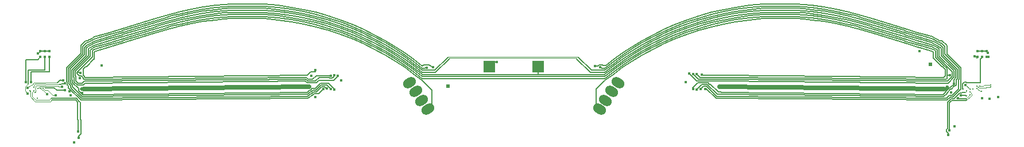
<source format=gbl>
G04*
G04 #@! TF.GenerationSoftware,Altium Limited,Altium Designer,19.1.5 (86)*
G04*
G04 Layer_Physical_Order=4*
G04 Layer_Color=3326705*
%FSLAX25Y25*%
%MOIN*%
G70*
G01*
G75*
%ADD12C,0.00600*%
%ADD14C,0.00800*%
%ADD38C,0.00400*%
G04:AMPARAMS|DCode=39|XSize=55.12mil|YSize=78.74mil|CornerRadius=0mil|HoleSize=0mil|Usage=FLASHONLY|Rotation=235.000|XOffset=0mil|YOffset=0mil|HoleType=Round|Shape=Round|*
%AMOVALD39*
21,1,0.02362,0.05512,0.00000,0.00000,325.0*
1,1,0.05512,-0.00968,0.00677*
1,1,0.05512,0.00968,-0.00677*
%
%ADD39OVALD39*%

G04:AMPARAMS|DCode=40|XSize=55.12mil|YSize=78.74mil|CornerRadius=0mil|HoleSize=0mil|Usage=FLASHONLY|Rotation=125.000|XOffset=0mil|YOffset=0mil|HoleType=Round|Shape=Round|*
%AMOVALD40*
21,1,0.02362,0.05512,0.00000,0.00000,215.0*
1,1,0.05512,0.00968,0.00677*
1,1,0.05512,-0.00968,-0.00677*
%
%ADD40OVALD40*%

%ADD41C,0.01600*%
%ADD42C,0.00800*%
%ADD43C,0.02400*%
%ADD44C,0.01200*%
%ADD45C,0.02000*%
%ADD48C,0.02500*%
%ADD49C,0.01500*%
%ADD52R,0.06890X0.07087*%
%ADD53R,0.01772X0.01772*%
%ADD54R,0.01575X0.01772*%
D12*
X-258584Y35757D02*
X-251298Y28472D01*
X-262501Y37909D02*
X-261291D01*
X-262710Y37700D02*
X-262501Y37909D01*
X-263921Y37700D02*
X-262710D01*
X-260761Y38010D02*
X-260570Y38202D01*
X-259070Y37398D02*
Y38823D01*
X-259380Y39133D02*
X-259070Y38823D01*
X-259380Y39133D02*
Y47349D01*
X-258380Y39547D02*
Y46935D01*
Y39547D02*
X-258070Y39237D01*
Y37812D02*
Y39237D01*
Y37812D02*
X-257264Y37006D01*
X-257070Y38226D02*
X-256264Y37421D01*
X-257070Y38226D02*
Y39651D01*
X-257380Y39961D02*
X-257070Y39651D01*
X-257380Y39961D02*
Y46520D01*
X-256380Y40375D02*
Y45955D01*
Y40375D02*
X-256070Y40066D01*
Y38640D02*
Y40066D01*
Y38640D02*
X-252550Y35120D01*
X-255070Y39055D02*
X-253315Y37300D01*
X-255070Y39055D02*
Y41729D01*
X-254070Y39469D02*
X-252901Y38300D01*
X-254070Y39469D02*
Y42143D01*
X-262806Y40100D02*
X-261500D01*
X-265303Y34362D02*
X-260392D01*
X-257264Y35853D02*
Y37006D01*
X-256264Y36267D02*
X-250630Y30632D01*
X-256264Y36267D02*
Y37421D01*
X-253315Y37300D02*
X-249935D01*
X-255380Y42039D02*
X-255070Y41729D01*
X-255380Y42039D02*
Y45541D01*
X-252901Y38300D02*
X-250499D01*
X-254380Y42453D02*
X-254070Y42143D01*
X-254380Y42453D02*
Y45127D01*
X-250200Y41457D02*
X-249328Y40585D01*
X-250200Y41457D02*
Y41821D01*
X-251079Y42700D02*
X-250200Y41821D01*
X-252221Y42700D02*
X-251079D01*
X-253380Y43858D02*
X-252221Y42700D01*
X-261190Y38010D02*
X-260761D01*
X-261291Y37909D02*
X-261190Y38010D01*
X-253380Y43858D02*
Y44713D01*
X-58020Y44943D02*
X-53000Y41000D01*
X-63181Y48647D02*
X-58020Y44943D01*
X-53000Y41000D02*
X52885D01*
X262937Y38620D02*
X270685D01*
X262754Y38802D02*
X262937Y38620D01*
X261512Y38802D02*
X262754D01*
X260633Y37924D02*
X261512Y38802D01*
X260633Y35067D02*
Y37924D01*
X-243418Y52367D02*
Y56554D01*
X-248578Y48100D02*
X-247978D01*
X-243711Y52367D02*
X-243418D01*
X-247978Y48100D02*
X-243711Y52367D01*
X-117687Y45100D02*
X-115200D01*
X-253380Y44713D02*
X-244610Y53482D01*
X-245700Y53807D02*
Y57582D01*
X-254380Y45127D02*
X-245700Y53807D01*
X-246800Y54121D02*
Y58229D01*
X-255380Y45541D02*
X-246800Y54121D01*
X-248000Y54335D02*
Y58595D01*
X-256380Y45955D02*
X-248000Y54335D01*
X-249100Y54800D02*
Y59000D01*
X-257380Y46520D02*
X-249100Y54800D01*
X-250100Y55214D02*
Y59649D01*
X-258380Y46935D02*
X-250100Y55214D01*
X-251200Y55528D02*
Y60300D01*
X-259380Y47349D02*
X-251200Y55528D01*
X-244533Y53482D02*
Y57257D01*
X-244610Y53482D02*
X-244533D01*
X-104248Y42700D02*
X-104100D01*
X-252550Y33966D02*
X-250311Y31727D01*
X-47549Y26464D02*
Y34387D01*
X-49714Y24299D02*
X-47549Y26464D01*
X-49714Y23260D02*
Y24299D01*
X-53002Y39840D02*
X-47549Y34387D01*
X47929Y34768D02*
X53002Y39840D01*
X47929Y25046D02*
Y34768D01*
Y25046D02*
X49715Y23261D01*
X53002Y39840D02*
X58020Y43743D01*
X257543Y29400D02*
X262375D01*
X262575Y29600D01*
X257334Y29609D02*
X257543Y29400D01*
X262654Y30817D02*
X262708D01*
X262310Y31161D02*
X262654Y30817D01*
X260633Y35067D02*
X260800Y34900D01*
X257383Y28103D02*
X262579D01*
X257187Y28300D02*
X257383Y28103D01*
X254191Y28300D02*
X257187D01*
X259525Y34993D02*
Y40178D01*
X258509Y33977D02*
X259525Y34993D01*
X258158Y35080D02*
Y40225D01*
X254378Y31300D02*
X258158Y35080D01*
X260162Y32985D02*
X261488D01*
X259838Y32661D02*
X260162Y32985D01*
X258835Y32661D02*
X259838D01*
X258509Y33805D02*
Y33977D01*
X255004Y30300D02*
X258509Y33805D01*
X261647Y32826D02*
X262125D01*
X261488Y32985D02*
X261647Y32826D01*
X255474Y29300D02*
X258835Y32661D01*
X253653Y35985D02*
X255374Y37706D01*
X253226Y35985D02*
X253653D01*
X250350Y33109D02*
X253226Y35985D01*
X254067Y34985D02*
X255627Y36545D01*
X253640Y34985D02*
X254067D01*
X251350Y32695D02*
X253640Y34985D01*
X252949Y31300D02*
X254378D01*
X251350Y32375D02*
Y32695D01*
X249672Y30697D02*
X251350Y32375D01*
X250350Y32789D02*
Y33109D01*
X249258Y31697D02*
X250350Y32789D01*
X253363Y30300D02*
X255004D01*
X251700Y12021D02*
Y27223D01*
X251141Y29492D02*
X252949Y31300D01*
X251502Y28439D02*
X253363Y30300D01*
X253777Y29300D02*
X255474D01*
X252700Y26809D02*
X254191Y28300D01*
X262579Y28103D02*
X263325Y28850D01*
X252700Y10900D02*
Y26809D01*
X251700Y27223D02*
X253777Y29300D01*
X259617Y31161D02*
X262310D01*
X259525Y40178D02*
X259575Y40228D01*
X249547Y28439D02*
X251502D01*
X108500Y34800D02*
X110300Y36600D01*
X256873Y37424D02*
Y40355D01*
X255995Y36545D02*
X256873Y37424D01*
X255627Y36545D02*
X255995D01*
X255374Y38045D02*
Y40269D01*
Y37706D02*
Y38045D01*
X256873Y40355D02*
X257575Y41057D01*
X249586Y29492D02*
X251141D01*
X252963Y43033D02*
X253075Y42921D01*
X254575Y42300D02*
Y45031D01*
X255575Y41885D02*
Y45445D01*
X256575Y41471D02*
Y45860D01*
X257575Y41057D02*
Y46425D01*
X258575Y40643D02*
Y46839D01*
X259575Y40228D02*
Y47253D01*
X252084Y38394D02*
X255575Y41885D01*
X251830Y39554D02*
X254575Y42300D01*
X249574Y30697D02*
X249672D01*
X249574Y30599D02*
Y30697D01*
X258158Y40225D02*
X258575Y40643D01*
X255374Y40269D02*
X256575Y41471D01*
X271497Y52942D02*
X271513D01*
X272000Y53429D01*
X270928Y52373D02*
X271497Y52942D01*
X270685Y38620D02*
Y52108D01*
X272000Y53429D02*
Y53528D01*
X270928Y52352D02*
Y52373D01*
X270685Y52108D02*
X270928Y52352D01*
X251400Y55428D02*
X259575Y47253D01*
X249643Y39554D02*
X251830D01*
X248200Y54235D02*
X256575Y45860D01*
X248200Y54235D02*
Y58495D01*
X249300Y54700D02*
X257575Y46425D01*
X251400Y43033D02*
Y46792D01*
Y41023D02*
Y43033D01*
X252963D01*
X250300Y55114D02*
X258575Y46839D01*
X249497Y38394D02*
X252084D01*
X250932Y40554D02*
X251400Y41023D01*
X49593Y48968D02*
X51554D01*
X48995Y48370D02*
X49593Y48968D01*
X47289Y48370D02*
X48995D01*
X249536Y39447D02*
X249643Y39554D01*
X249523Y40554D02*
X250932D01*
X251200Y11521D02*
X251700Y12021D01*
X251200Y10279D02*
Y11521D01*
Y10279D02*
X252153Y9326D01*
X51554Y48968D02*
X51821Y48700D01*
X50214Y47468D02*
X50732D01*
X51100Y47100D01*
X51821Y48700D02*
X52418D01*
X52538Y48579D01*
X-268500Y29600D02*
X-253840D01*
X-252000Y27760D01*
X-266691Y35750D02*
X-265303Y34362D01*
X-258584Y35757D02*
Y36911D01*
X-259070Y37398D02*
X-258584Y36911D01*
X-268100Y28500D02*
X-254155D01*
X-253000Y27345D01*
X-249328Y40585D02*
X-249158D01*
X-249200Y42015D02*
X-248867Y41683D01*
X-249200Y42015D02*
Y42235D01*
X-249950Y42985D02*
X-249200Y42235D01*
X-249950Y42985D02*
Y46729D01*
X-256340Y34928D02*
Y34928D01*
X-257264Y35853D02*
X-256340Y34928D01*
X-250630Y30632D02*
X-248885D01*
X-252550Y33966D02*
Y35120D01*
X-250984Y29572D02*
X-248897D01*
X-256340Y34928D02*
X-250984Y29572D01*
X-251298Y28472D02*
X-248858D01*
X-250311Y31727D02*
X-248565D01*
X-249935Y37300D02*
X-248807Y38428D01*
X-250499Y38300D02*
X-249318Y39481D01*
X-248846D01*
X-249950Y46729D02*
X-248578Y48100D01*
X-248569Y31730D02*
Y31730D01*
Y31730D02*
X-248565Y31727D01*
X-253380Y44713D02*
X-252383D01*
X-263006Y40300D02*
X-262806Y40100D01*
X-252383Y44713D02*
X-251871Y44200D01*
X-264706Y38600D02*
X-263006Y40300D01*
X-249158Y40585D02*
X-248834Y40588D01*
X-253000Y17300D02*
Y27345D01*
Y17300D02*
X-252700Y17000D01*
X-251500Y17400D02*
Y27266D01*
X-251527D02*
X-251500D01*
X-252000Y27738D02*
Y27760D01*
Y27738D02*
X-251527Y27266D01*
X-271813Y35750D02*
X-266691D01*
X-53000Y45800D02*
X-45900D01*
X-53000Y44600D02*
X-45400D01*
X-53000Y43400D02*
X14200D01*
X-53000Y42200D02*
X52885D01*
X-52789Y46900D02*
X-51700D01*
X-52242Y49000D02*
X-49000D01*
X-53002Y48240D02*
X-52242Y49000D01*
X-248400Y63100D02*
X-247095D01*
X-247195Y61800D02*
X-247091Y61904D01*
X-247949Y61800D02*
X-247195D01*
X-249100Y59000D02*
X-247396Y60704D01*
X-247091D01*
X-248000Y58595D02*
X-247091Y59504D01*
X-115200Y45100D02*
Y46000D01*
X-119873Y42866D02*
X-118800Y43938D01*
X-112803Y41700D02*
X-107221D01*
X-118800Y43938D02*
Y43987D01*
X-114632Y42700D02*
X-106100D01*
X-118800Y43987D02*
X-117687Y45100D01*
X-116824Y40508D02*
X-114632Y42700D01*
X-119107Y40508D02*
X-116824D01*
X-119665Y41066D02*
X-119107Y40508D01*
X-119665Y41066D02*
Y41071D01*
X-120251Y41656D02*
X-119665Y41071D01*
X-121079Y41656D02*
X-120251D01*
X-121660Y41651D02*
X-121079Y41656D01*
X-121660Y41651D02*
X-121660D01*
X-121762Y41753D02*
X-121660Y41651D01*
X-120688Y40652D02*
X-120665D01*
X-105479Y41200D02*
X-104600Y42079D01*
X-106721Y41200D02*
X-105479D01*
X-107221Y41700D02*
X-106721Y41200D01*
X-58020Y52143D02*
X-53002Y48240D01*
Y47040D02*
X-52929D01*
X-58020Y50943D02*
X-53002Y47040D01*
X-102100Y42600D02*
X-102000Y42700D01*
X-102100Y42300D02*
Y42600D01*
X-104100Y42700D02*
Y42800D01*
X-104600Y42349D02*
X-104248Y42700D01*
X-104600Y42079D02*
Y42349D01*
X-247095Y63100D02*
X-247091Y63104D01*
X-246800Y58229D02*
X-246344Y58685D01*
X-245700Y57582D02*
X-245227Y58055D01*
X-244533Y57257D02*
X-243418Y57903D01*
X-235664Y59008D02*
X-227238Y61545D01*
X-208772Y67160D02*
X-206451Y67847D01*
X-196969Y70576D02*
X-194489Y71210D01*
X-80765Y58006D02*
X-74550Y54611D01*
X-63181Y47447D02*
X-58020Y43743D01*
X-136919Y75090D02*
X-128985Y74002D01*
X-121903Y72686D01*
X-107187Y68867D02*
X-99577Y66293D01*
X-74550Y54611D02*
X-68486Y50951D01*
X-164296Y75808D02*
X-158122Y75803D01*
X-151511Y75794D01*
X-99577Y66293D02*
X-93297Y63843D01*
X-206451Y67847D02*
X-204183Y68519D01*
X-187280Y72828D02*
X-180009Y74126D01*
X-172738Y75094D01*
X-227240Y61692D02*
X-208772Y67160D01*
X-201914Y69191D02*
X-199439Y69905D01*
X-196969Y70576D01*
X-114900Y71054D02*
X-107187Y68867D01*
X-235693Y58999D02*
X-235664Y59008D01*
X-227240Y61692D02*
X-227238Y61545D01*
X-168522Y75506D02*
X-164296Y75808D01*
X-144899Y75781D02*
X-136919Y75090D01*
X-87121Y61130D02*
X-80765Y58006D01*
X-194489Y71210D02*
X-187280Y72828D01*
X-121903Y72686D02*
X-114900Y71054D01*
X-93297Y63843D02*
X-87121Y61130D01*
X-243418Y56703D02*
X-235693Y58999D01*
X-204183Y68519D02*
X-201914Y69191D01*
X-172738Y75094D02*
X-168522Y75506D01*
X-151511Y75794D02*
X-144899Y75781D01*
X-68486Y50951D02*
X-63181Y47447D01*
X-235664Y60208D02*
X-227238Y62745D01*
X-196969Y71776D02*
X-194489Y72410D01*
X-151511Y76994D02*
X-144899Y76981D01*
X-208772Y68360D02*
X-206451Y69047D01*
X-121903Y73886D02*
X-114900Y72254D01*
X-87121Y62330D02*
X-80765Y59206D01*
X-68486Y52151D02*
X-63181Y48647D01*
X-227240Y62892D02*
X-227238Y62745D01*
X-194489Y72410D02*
X-187280Y74028D01*
X-172738Y76294D02*
X-168522Y76706D01*
X-144899Y76981D02*
X-136919Y76290D01*
X-93297Y65043D02*
X-87121Y62330D01*
X-235693Y60199D02*
X-235664Y60208D01*
X-227240Y62892D02*
X-208772Y68360D01*
X-201914Y70391D02*
X-199439Y71105D01*
X-168522Y76706D02*
X-164296Y77008D01*
X-114900Y72254D02*
X-107187Y70067D01*
X-206451Y69047D02*
X-204183Y69719D01*
X-199439Y71105D02*
X-196969Y71776D01*
X-187280Y74028D02*
X-180009Y75326D01*
X-158122Y77003D02*
X-151511Y76994D01*
X-243418Y57903D02*
X-235693Y60199D01*
X-180009Y75326D02*
X-172738Y76294D01*
X-164296Y77008D02*
X-158122Y77003D01*
X-128985Y75202D02*
X-121903Y73886D01*
X-107187Y70067D02*
X-99577Y67493D01*
X-93297Y65043D01*
X-74550Y55811D02*
X-68486Y52151D01*
X-204183Y69719D02*
X-201914Y70391D01*
X-136919Y76290D02*
X-128985Y75202D01*
X-80765Y59206D02*
X-74550Y55811D01*
X-227240Y64092D02*
X-208772Y69560D01*
X-201914Y71591D02*
X-199439Y72305D01*
X-194489Y73610D02*
X-187280Y75228D01*
X-121903Y75086D02*
X-114900Y73454D01*
X-93297Y66243D02*
X-87121Y63530D01*
X-235693Y61399D02*
X-235664Y61408D01*
X-206451Y70247D02*
X-204183Y70919D01*
X-199439Y72305D02*
X-196969Y72976D01*
X-168522Y77906D02*
X-164296Y78208D01*
X-158122Y78203D02*
X-151511Y78194D01*
X-164296Y78208D02*
X-158122Y78203D01*
X-114900Y73454D02*
X-107187Y71267D01*
X-63181Y49847D02*
X-58020Y46143D01*
X-245227Y58055D02*
X-243418Y59103D01*
X-187280Y75228D02*
X-180009Y76526D01*
X-172738Y77494D01*
X-74550Y57011D02*
X-68486Y53351D01*
X-204183Y70919D02*
X-201914Y71591D01*
X-128985Y76402D02*
X-121903Y75086D01*
X-99577Y68693D02*
X-93297Y66243D01*
X-80765Y60406D02*
X-74550Y57011D01*
X-196969Y72976D02*
X-194489Y73610D01*
X-151511Y78194D02*
X-144899Y78181D01*
X-136919Y77490D02*
X-128985Y76402D01*
X-107187Y71267D02*
X-99577Y68693D01*
X-235664Y61408D02*
X-227238Y63945D01*
X-208772Y69560D02*
X-206451Y70247D01*
X-87121Y63530D02*
X-80765Y60406D01*
X-68486Y53351D02*
X-63181Y49847D01*
X-58020Y46143D02*
X-53002Y42240D01*
X-243418Y59103D02*
X-235693Y61399D01*
X-227240Y64092D02*
X-227238Y63945D01*
X-172738Y77494D02*
X-168522Y77906D01*
X-144899Y78181D02*
X-136919Y77490D01*
X-245227Y59255D02*
X-243418Y60303D01*
X-204183Y72119D02*
X-201914Y72791D01*
X-187280Y76428D02*
X-180009Y77726D01*
X-172738Y78694D01*
X-80765Y61606D02*
X-74550Y58211D01*
X-151511Y79394D02*
X-144899Y79381D01*
X-128985Y77602D02*
X-121903Y76286D01*
X-99577Y69893D02*
X-93297Y67443D01*
X-196969Y74176D02*
X-194489Y74810D01*
X-136919Y78690D02*
X-128985Y77602D01*
X-107187Y72467D02*
X-99577Y69893D01*
X-87121Y64730D02*
X-80765Y61606D01*
X-68486Y54551D02*
X-63181Y51047D01*
X-235664Y62608D02*
X-227238Y65145D01*
X-227240Y65292D02*
X-227238Y65145D01*
X-208772Y70760D02*
X-206451Y71447D01*
X-144899Y79381D02*
X-136919Y78690D01*
X-58020Y47343D02*
X-53002Y43440D01*
X-243418Y60303D02*
X-235693Y62599D01*
X-227240Y65292D02*
X-208772Y70760D01*
X-201914Y72791D02*
X-199439Y73505D01*
X-172738Y78694D02*
X-168522Y79106D01*
X-206451Y71447D02*
X-204183Y72119D01*
X-199439Y73505D02*
X-196969Y74176D01*
X-194489Y74810D02*
X-187280Y76428D01*
X-158122Y79403D02*
X-151511Y79394D01*
X-121903Y76286D02*
X-114900Y74654D01*
X-93297Y67443D02*
X-87121Y64730D01*
X-246344Y58685D02*
X-245227Y59255D01*
X-235693Y62599D02*
X-235664Y62608D01*
X-168522Y79106D02*
X-164296Y79408D01*
X-158122Y79403D01*
X-63181Y51047D02*
X-58020Y47343D01*
X-114900Y74654D02*
X-107187Y72467D01*
X-74550Y58211D02*
X-68486Y54551D01*
X-235664Y67408D02*
X-227238Y69945D01*
X-208772Y75560D02*
X-206451Y76247D01*
X-87121Y69530D02*
X-80765Y66406D01*
X-68486Y59351D02*
X-63181Y55847D01*
X-196969Y78976D02*
X-194489Y79610D01*
X-151511Y84194D02*
X-144899Y84181D01*
X-136919Y83490D02*
X-128985Y82402D01*
X-107187Y77267D02*
X-99577Y74693D01*
X-204183Y76919D02*
X-201914Y77591D01*
X-128985Y82402D02*
X-121903Y81086D01*
X-99577Y74693D02*
X-93297Y72243D01*
X-80765Y66406D02*
X-74550Y63011D01*
X-245227Y64055D02*
X-243418Y65103D01*
X-187280Y81228D02*
X-180009Y82526D01*
X-172738Y83494D01*
X-74550Y63011D02*
X-68486Y59351D01*
X-247091Y63104D02*
X-245227Y64055D01*
X-164296Y84208D02*
X-158122Y84203D01*
X-114900Y79454D02*
X-107187Y77267D01*
X-63181Y55847D02*
X-58020Y52143D01*
X-235693Y67399D02*
X-235664Y67408D01*
X-206451Y76247D02*
X-204183Y76919D01*
X-199439Y78305D02*
X-196969Y78976D01*
X-168522Y83906D02*
X-164296Y84208D01*
X-158122Y84203D02*
X-151511Y84194D01*
X-227240Y70092D02*
X-208772Y75560D01*
X-201914Y77591D02*
X-199439Y78305D01*
X-194489Y79610D02*
X-187280Y81228D01*
X-121903Y81086D02*
X-114900Y79454D01*
X-93297Y72243D02*
X-87121Y69530D01*
X-243418Y65103D02*
X-235693Y67399D01*
X-227240Y70092D02*
X-227238Y69945D01*
X-172738Y83494D02*
X-168522Y83906D01*
X-144899Y84181D02*
X-136919Y83490D01*
X-206451Y75047D02*
X-204183Y75719D01*
X-187280Y80028D02*
X-180009Y81326D01*
X-158122Y83003D02*
X-151511Y82994D01*
X-63181Y54647D02*
X-58020Y50943D01*
X-247091Y61904D02*
X-245227Y62855D01*
X-235693Y66199D02*
X-235664Y66208D01*
X-227240Y68892D02*
X-208772Y74360D01*
X-199439Y77105D02*
X-196969Y77776D01*
X-114900Y78254D02*
X-107187Y76067D01*
X-227240Y68892D02*
X-227238Y68745D01*
X-201914Y76391D02*
X-199439Y77105D01*
X-194489Y78410D02*
X-187280Y80028D01*
X-168522Y82706D02*
X-164296Y83008D01*
X-144899Y82981D02*
X-136919Y82290D01*
X-172738Y82294D02*
X-168522Y82706D01*
X-121903Y79886D02*
X-114900Y78254D01*
X-93297Y71043D02*
X-87121Y68330D01*
X-80765Y65206D01*
X-68486Y58151D02*
X-63181Y54647D01*
X-243418Y63903D02*
X-235693Y66199D01*
X-208772Y74360D02*
X-206451Y75047D01*
X-151511Y82994D02*
X-144899Y82981D01*
X-235664Y66208D02*
X-227238Y68745D01*
X-204183Y75719D02*
X-201914Y76391D01*
X-196969Y77776D02*
X-194489Y78410D01*
X-80765Y65206D02*
X-74550Y61811D01*
X-136919Y82290D02*
X-128985Y81202D01*
X-107187Y76067D02*
X-99577Y73493D01*
X-93297Y71043D01*
X-74550Y61811D02*
X-68486Y58151D01*
X-245227Y62855D02*
X-243418Y63903D01*
X-180009Y81326D02*
X-172738Y82294D01*
X-164296Y83008D02*
X-158122Y83003D01*
X-128985Y81202D02*
X-121903Y79886D01*
X-243418Y62703D02*
X-235693Y64999D01*
X-208772Y73160D02*
X-206451Y73847D01*
X-151511Y81794D02*
X-144899Y81781D01*
X-58020Y49743D02*
X-53002Y45840D01*
X-235664Y65008D02*
X-227238Y67545D01*
X-204183Y74519D02*
X-201914Y75191D01*
X-196969Y76576D02*
X-194489Y77210D01*
X-80765Y64006D02*
X-74550Y60611D01*
X-136919Y81090D02*
X-128985Y80002D01*
X-107187Y74867D02*
X-99577Y72293D01*
X-93297Y69843D01*
X-74550Y60611D02*
X-68486Y56951D01*
X-245227Y61655D02*
X-243418Y62703D01*
X-180009Y80126D02*
X-172738Y81094D01*
X-164296Y81808D02*
X-158122Y81803D01*
X-128985Y80002D02*
X-121903Y78686D01*
X-247091Y60704D02*
X-245227Y61655D01*
X-206451Y73847D02*
X-204183Y74519D01*
X-187280Y78828D02*
X-180009Y80126D01*
X-158122Y81803D02*
X-151511Y81794D01*
X-63181Y53447D02*
X-58020Y49743D01*
X-235693Y64999D02*
X-235664Y65008D01*
X-227240Y67692D02*
X-208772Y73160D01*
X-199439Y75905D02*
X-196969Y76576D01*
X-168522Y81506D02*
X-164296Y81808D01*
X-114900Y77054D02*
X-107187Y74867D01*
X-227240Y67692D02*
X-227238Y67545D01*
X-201914Y75191D02*
X-199439Y75905D01*
X-194489Y77210D02*
X-187280Y78828D01*
X-172738Y81094D02*
X-168522Y81506D01*
X-144899Y81781D02*
X-136919Y81090D01*
X-93297Y69843D02*
X-87121Y67130D01*
X-121903Y78686D02*
X-114900Y77054D01*
X-87121Y67130D02*
X-80765Y64006D01*
X-68486Y56951D02*
X-63181Y53447D01*
X-227240Y66492D02*
X-227238Y66345D01*
X-201914Y73991D02*
X-199439Y74705D01*
X-194489Y76010D02*
X-187280Y77628D01*
X-168522Y80306D02*
X-164296Y80608D01*
X-144899Y80581D02*
X-136919Y79890D01*
X-247091Y59504D02*
X-245227Y60455D01*
X-235693Y63799D02*
X-235664Y63808D01*
X-227240Y66492D02*
X-208772Y71960D01*
X-199439Y74705D02*
X-196969Y75376D01*
X-114900Y75854D02*
X-107187Y73667D01*
X-206451Y72647D02*
X-204183Y73319D01*
X-187280Y77628D02*
X-180009Y78926D01*
X-158122Y80603D02*
X-151511Y80594D01*
X-63181Y52247D02*
X-58020Y48543D01*
X-245227Y60455D02*
X-243418Y61503D01*
X-180009Y78926D02*
X-172738Y79894D01*
X-164296Y80608D02*
X-158122Y80603D01*
X-128985Y78802D02*
X-121903Y77486D01*
X-136919Y79890D02*
X-128985Y78802D01*
X-107187Y73667D02*
X-99577Y71093D01*
X-93297Y68643D01*
X-74550Y59411D02*
X-68486Y55751D01*
X-235664Y63808D02*
X-227238Y66345D01*
X-204183Y73319D02*
X-201914Y73991D01*
X-196969Y75376D02*
X-194489Y76010D01*
X-80765Y62806D02*
X-74550Y59411D01*
X-243418Y61503D02*
X-235693Y63799D01*
X-208772Y71960D02*
X-206451Y72647D01*
X-151511Y80594D02*
X-144899Y80581D01*
X-58020Y48543D02*
X-53002Y44640D01*
X-172738Y79894D02*
X-168522Y80306D01*
X-121903Y77486D02*
X-114900Y75854D01*
X-93297Y68643D02*
X-87121Y65930D01*
X-80765Y62806D01*
X-68486Y55751D02*
X-63181Y52247D01*
X-119062Y29815D02*
X-118969Y29907D01*
X-113105Y32294D02*
X-110600Y34800D01*
X-115770Y32294D02*
X-113105D01*
X-116726Y31339D02*
X-115770Y32294D01*
X-114413Y33294D02*
X-111408Y36300D01*
X-116184Y33294D02*
X-114413D01*
X-117140Y32339D02*
X-116184Y33294D01*
X-114827Y34295D02*
X-111822Y37300D01*
X-116598Y34295D02*
X-114827D01*
X-117554Y33339D02*
X-116598Y34295D01*
X-115242Y35294D02*
X-112236Y38300D01*
X-117012Y35294D02*
X-115242D01*
X-117968Y34339D02*
X-117012Y35294D01*
X-119381Y29812D02*
X-119062Y29815D01*
X-119488Y29705D02*
X-119381Y29812D01*
X-118969Y29907D02*
X-118681Y29910D01*
X-117257Y31334D02*
X-116726Y31339D01*
X-118681Y29910D02*
X-117257Y31334D01*
X-119813Y29705D02*
X-119488D01*
X-119863Y29655D02*
X-119813Y29705D01*
X-119795Y30812D02*
X-119476Y30815D01*
X-119902Y30705D02*
X-119795Y30812D01*
X-119384Y30907D02*
X-119095Y30910D01*
X-119476Y30815D02*
X-119384Y30907D01*
X-117671Y32334D02*
X-117140Y32339D01*
X-119095Y30910D02*
X-117671Y32334D01*
X-118085Y33334D02*
X-117554Y33339D01*
X-119509Y31910D02*
X-118085Y33334D01*
X-119798Y31907D02*
X-119509Y31910D01*
X-119890Y31815D02*
X-119798Y31907D01*
X-118500Y34334D02*
X-117968Y34339D01*
X-119923Y32910D02*
X-118500Y34334D01*
X-119935Y38508D02*
X-114581D01*
X-119521Y39508D02*
X-114995D01*
X-112803Y41700D01*
X-114581Y38508D02*
X-113182Y39907D01*
X-104493D01*
X-248834Y40588D02*
X-121762Y41753D01*
X-248846Y39481D02*
X-120665Y40656D01*
X-120665Y40652D02*
X-119521Y39508D01*
X-121027Y39600D02*
X-119935Y38508D01*
X-248807Y38428D02*
X-121027Y39600D01*
X117479Y29622D02*
X120553D01*
X112001Y35100D02*
X117479Y29622D01*
X111200Y35100D02*
X112001D01*
X113157Y39600D02*
X113180Y39577D01*
X120502D01*
X113472Y40700D02*
X113541Y40630D01*
X120541D01*
X108300Y41700D02*
X112674D01*
X112711Y41737D01*
X120529D01*
X117840Y30675D02*
X120592D01*
X118147Y31782D02*
X120580D01*
X120367Y33123D02*
X120613Y32877D01*
X118890Y33123D02*
X120367D01*
X114313Y37700D02*
X118890Y33123D01*
X113643Y37700D02*
X114313D01*
X114200Y42800D02*
X114232Y42832D01*
X120562D01*
X120553Y29622D02*
X249547Y28439D01*
X120580Y31782D02*
X249574Y30599D01*
X120562Y42832D02*
X249557Y41649D01*
X120529Y41737D02*
X249523Y40554D01*
X120502Y39577D02*
X249497Y38394D01*
X120541Y40630D02*
X249536Y39447D01*
X120592Y30675D02*
X249586Y29492D01*
X120613Y32877D02*
X249258Y31697D01*
X-248569Y31730D02*
X-119923Y32910D01*
X-108704Y35200D02*
X-108500D01*
X-248897Y29525D02*
X-119902Y30708D01*
X-248867Y41683D02*
X-119873Y42866D01*
X-248885Y30632D02*
X-119890Y31815D01*
X-248858Y28472D02*
X-119863Y29655D01*
X-104493Y39907D02*
X-102100Y42300D01*
X248778Y48000D02*
X250378Y46400D01*
Y42578D02*
Y46400D01*
X249500Y41700D02*
X250378Y42578D01*
X249192Y49000D02*
X251400Y46792D01*
X267600Y53851D02*
X267762Y53689D01*
X269181D01*
X269342Y53528D01*
X268791Y52976D02*
X269342Y53528D01*
X-280822Y33950D02*
X-280600Y33728D01*
X-280300Y38917D02*
X-280200Y38817D01*
X-281700Y38179D02*
Y46100D01*
X-281800Y38079D02*
X-281700Y38179D01*
X-281800Y37921D02*
Y38079D01*
X-283200Y38800D02*
Y52100D01*
X-280300Y38917D02*
Y45100D01*
X-269342D01*
Y53527D01*
X-272200Y46100D02*
Y53327D01*
X-281700Y46100D02*
X-272200D01*
X-276084Y52100D02*
X-274658Y53527D01*
X-283200Y52100D02*
X-276084D01*
X-49000Y49000D02*
X-48300Y48300D01*
X45100Y45800D02*
X52885D01*
X-112236Y38300D02*
X-107379D01*
X-111822Y37300D02*
X-108479D01*
X-111408Y36300D02*
X-109804D01*
X-108479Y37300D02*
X-106200Y35021D01*
X-107379Y38300D02*
X-104700Y35621D01*
X-109804Y36300D02*
X-108704Y35200D01*
X-53002Y26102D02*
X-53000Y26100D01*
X-48300Y48300D02*
X-46801Y47500D01*
X52538Y48579D02*
X53438D01*
X51100Y47100D02*
X53002Y47040D01*
X-51700Y46900D02*
X-51440Y47160D01*
X-50540D01*
X-45900Y45800D02*
X-38300Y53400D01*
X-45400Y44600D02*
X-37600Y52400D01*
X252153Y8280D02*
Y9326D01*
Y8280D02*
X252232Y8201D01*
X-251500Y17400D02*
X-251100Y17000D01*
Y9100D02*
Y17000D01*
X-252498Y7702D02*
X-251100Y9100D01*
X-252498Y6754D02*
Y7702D01*
X-252626Y6626D02*
X-252498Y6754D01*
X-252700Y10300D02*
Y17000D01*
X-272200Y53327D02*
X-272000Y53527D01*
X14200Y43400D02*
X52885D01*
X14050Y43550D02*
X14200Y43400D01*
X14050Y43550D02*
Y47900D01*
X106300Y43700D02*
X108300Y41700D01*
X104200Y43679D02*
X107179Y40700D01*
X109300Y43200D02*
X109700Y42800D01*
X109200Y43200D02*
X109300D01*
X107179Y40700D02*
X113472D01*
X106100Y39600D02*
X113157D01*
X106900Y38600D02*
X112743D01*
X109100Y37600D02*
X112329D01*
X106200Y34700D02*
X109100Y37600D01*
X111915Y36600D02*
X117840Y30675D01*
X110300Y36600D02*
X111915D01*
X112329Y37600D02*
X118147Y31782D01*
X112743Y38600D02*
X113643Y37700D01*
X104000Y35700D02*
X106900Y38600D01*
X109700Y42800D02*
X114200D01*
X101900Y43800D02*
X106100Y39600D01*
X110800Y34700D02*
X111200Y35100D01*
X104200Y43679D02*
Y43700D01*
X104000Y35000D02*
Y35700D01*
Y35000D02*
X104100Y34900D01*
X251400Y55428D02*
Y60200D01*
X248600Y63000D02*
X251400Y60200D01*
X247295Y63000D02*
X248600D01*
X247291Y63004D02*
X247295Y63000D01*
X249300Y54700D02*
Y58900D01*
X247000Y54021D02*
Y58129D01*
Y54021D02*
X255575Y45445D01*
X245900Y53707D02*
Y57482D01*
Y53707D02*
X254575Y45031D01*
X249166Y49000D02*
X249192D01*
X244733Y53433D02*
X249166Y49000D01*
X244733Y53433D02*
Y57157D01*
X248630Y48000D02*
X248778D01*
X243618Y53012D02*
X248630Y48000D01*
X243618Y53012D02*
Y56454D01*
X250300Y55114D02*
Y59548D01*
X248148Y61700D02*
X250300Y59548D01*
X247395Y61700D02*
X248148D01*
X247291Y61804D02*
X247395Y61700D01*
X247596Y60604D02*
X249300Y58900D01*
X247291Y60604D02*
X247596D01*
X247291Y59404D02*
X248200Y58495D01*
X246544Y58585D02*
X247000Y58129D01*
X245427Y57955D02*
X245900Y57482D01*
X243618Y57803D02*
X244733Y57157D01*
X243618Y59003D02*
X245427Y57955D01*
X243618Y60203D02*
X245427Y59155D01*
X246544Y58585D01*
X243618Y65003D02*
X245427Y63955D01*
X247291Y63004D01*
X245427Y62755D02*
X247291Y61804D01*
X243618Y63803D02*
X245427Y62755D01*
X243618Y62603D02*
X245427Y61555D01*
X247291Y60604D01*
X245427Y60355D02*
X247291Y59404D01*
X243618Y61403D02*
X245427Y60355D01*
X-106200Y35000D02*
Y35021D01*
X-104700Y35471D02*
Y35621D01*
Y35471D02*
X-104200Y34971D01*
Y34700D02*
Y34971D01*
X-251200Y60300D02*
X-248400Y63100D01*
X-250100Y59649D02*
X-247949Y61800D01*
X36600Y52400D02*
X44400Y44600D01*
X128985Y74002D02*
X136919Y75090D01*
X121903Y72686D02*
X128985Y74002D01*
X93297Y63843D02*
X99577Y66293D01*
X68486Y50951D02*
X74550Y54611D01*
X194489Y71210D02*
X196969Y70576D01*
X99577Y66293D02*
X107187Y68867D01*
X74550Y54611D02*
X80765Y58006D01*
X58020Y43743D02*
X63181Y47447D01*
X235693Y58999D02*
X243418Y56703D01*
X227238Y61545D02*
X235664Y59008D01*
X206451Y67847D02*
X208772Y67160D01*
X201914Y69191D02*
X204183Y68519D01*
X144899Y75781D02*
X151511Y75794D01*
X63181Y47447D02*
X68486Y50951D01*
X187280Y72828D02*
X194489Y71210D01*
X168522Y75506D02*
X172738Y75094D01*
X114900Y71054D02*
X121903Y72686D01*
X235664Y59008D02*
X235693Y58999D01*
X227238Y61545D02*
X227240Y61692D01*
X136919Y75090D02*
X144899Y75781D01*
X87121Y61130D02*
X93297Y63843D01*
X80765Y58006D02*
X87121Y61130D01*
X208772Y67160D02*
X227240Y61692D01*
X199439Y69905D02*
X201914Y69191D01*
X196969Y70576D02*
X199439Y69905D01*
X164296Y75808D02*
X168522Y75506D01*
X107187Y68867D02*
X114900Y71054D01*
X204183Y68519D02*
X206451Y67847D01*
X180009Y74126D02*
X187280Y72828D01*
X172738Y75094D02*
X180009Y74126D01*
X-58020Y43743D02*
X-53002Y39840D01*
X158122Y75803D02*
X164296Y75808D01*
X151511Y75794D02*
X158122Y75803D01*
X235693Y60199D02*
X243418Y57903D01*
X196969Y71776D02*
X199439Y71105D01*
X180009Y75326D02*
X187280Y74028D01*
X151511Y76994D02*
X158122Y77003D01*
X58020Y44943D02*
X63181Y48647D01*
X208772Y68360D02*
X227240Y62892D01*
X204183Y69719D02*
X206451Y69047D01*
X199439Y71105D02*
X201914Y70391D01*
X107187Y70067D02*
X114900Y72254D01*
X235664Y60208D02*
X235693Y60199D01*
X227238Y62745D02*
X227240Y62892D01*
X187280Y74028D02*
X194489Y72410D01*
X164296Y77008D02*
X168522Y76706D01*
X136919Y76290D02*
X144899Y76981D01*
X114900Y72254D02*
X121903Y73886D01*
X87121Y62330D02*
X93297Y65043D01*
X80765Y59206D02*
X87121Y62330D01*
X63181Y48647D02*
X68486Y52151D01*
X206451Y69047D02*
X208772Y68360D01*
X168522Y76706D02*
X172738Y76294D01*
X144899Y76981D02*
X151511Y76994D01*
X53002Y41040D02*
X58020Y44943D01*
X227238Y62745D02*
X235664Y60208D01*
X201914Y70391D02*
X204183Y69719D01*
X194489Y72410D02*
X196969Y71776D01*
X128985Y75202D02*
X136919Y76290D01*
X121903Y73886D02*
X128985Y75202D01*
X99577Y67493D02*
X107187Y70067D01*
X74550Y55811D02*
X80765Y59206D01*
X68486Y52151D02*
X74550Y55811D01*
X172738Y76294D02*
X180009Y75326D01*
X158122Y77003D02*
X164296Y77008D01*
X93297Y65043D02*
X99577Y67493D01*
X208772Y69560D02*
X227240Y64092D01*
X206451Y70247D02*
X208772Y69560D01*
X199439Y72305D02*
X201914Y71591D01*
X168522Y77906D02*
X172738Y77494D01*
X136919Y77490D02*
X144899Y78181D01*
X114900Y73454D02*
X121903Y75086D01*
X235693Y61399D02*
X243418Y59103D01*
X227238Y63945D02*
X235664Y61408D01*
X227238Y63945D02*
X227240Y64092D01*
X80765Y60406D02*
X87121Y63530D01*
X194489Y73610D02*
X196969Y72976D01*
X99577Y68693D02*
X107187Y71267D01*
X63181Y49847D02*
X68486Y53351D01*
X53002Y42240D02*
X58020Y46143D01*
X201914Y71591D02*
X204183Y70919D01*
X172738Y77494D02*
X180009Y76526D01*
X144899Y78181D02*
X151511Y78194D01*
X128985Y76402D02*
X136919Y77490D01*
X93297Y66243D02*
X99577Y68693D01*
X180009Y76526D02*
X187280Y75228D01*
X121903Y75086D02*
X128985Y76402D01*
X74550Y57011D02*
X80765Y60406D01*
X107187Y71267D02*
X114900Y73454D01*
X68486Y53351D02*
X74550Y57011D01*
X235664Y61408D02*
X235693Y61399D01*
X187280Y75228D02*
X194489Y73610D01*
X164296Y78208D02*
X168522Y77906D01*
X158122Y78203D02*
X164296Y78208D01*
X151511Y78194D02*
X158122Y78203D01*
X58020Y46143D02*
X63181Y49847D01*
X204183Y70919D02*
X206451Y70247D01*
X196969Y72976D02*
X199439Y72305D01*
X87121Y63530D02*
X93297Y66243D01*
X172738Y78694D02*
X180009Y77726D01*
X121903Y76286D02*
X128985Y77602D01*
X93297Y67443D02*
X99577Y69893D01*
X74550Y58211D02*
X80765Y61606D01*
X180009Y77726D02*
X187280Y76428D01*
X68486Y54551D02*
X74550Y58211D01*
X158122Y79403D02*
X164296Y79408D01*
X151511Y79394D02*
X158122Y79403D01*
X107187Y72467D02*
X114900Y74654D01*
X58020Y47343D02*
X63181Y51047D01*
X235664Y62608D02*
X235693Y62599D01*
X204183Y72119D02*
X206451Y71447D01*
X196969Y74176D02*
X199439Y73505D01*
X187280Y76428D02*
X194489Y74810D01*
X164296Y79408D02*
X168522Y79106D01*
X208772Y70760D02*
X227240Y65292D01*
X199439Y73505D02*
X201914Y72791D01*
X136919Y78690D02*
X144899Y79381D01*
X114900Y74654D02*
X121903Y76286D01*
X87121Y64730D02*
X93297Y67443D01*
X235693Y62599D02*
X243418Y60303D01*
X227238Y65145D02*
X227240Y65292D01*
X206451Y71447D02*
X208772Y70760D01*
X168522Y79106D02*
X172738Y78694D01*
X80765Y61606D02*
X87121Y64730D01*
X227238Y65145D02*
X235664Y62608D01*
X194489Y74810D02*
X196969Y74176D01*
X63181Y51047D02*
X68486Y54551D01*
X53002Y43440D02*
X58020Y47343D01*
X201914Y72791D02*
X204183Y72119D01*
X144899Y79381D02*
X151511Y79394D01*
X128985Y77602D02*
X136919Y78690D01*
X99577Y69893D02*
X107187Y72467D01*
Y77267D02*
X114900Y79454D01*
X68486Y59351D02*
X74550Y63011D01*
X180009Y82526D02*
X187280Y81228D01*
X121903Y81086D02*
X128985Y82402D01*
X74550Y63011D02*
X80765Y66406D01*
X201914Y77591D02*
X204183Y76919D01*
X172738Y83494D02*
X180009Y82526D01*
X144899Y84181D02*
X151511Y84194D01*
X128985Y82402D02*
X136919Y83490D01*
X93297Y72243D02*
X99577Y74693D01*
X194489Y79610D02*
X196969Y78976D01*
X99577Y74693D02*
X107187Y77267D01*
X63181Y55847D02*
X68486Y59351D01*
X53438Y48579D02*
X58020Y52143D01*
X235693Y67399D02*
X243418Y65103D01*
X227238Y69945D02*
X235664Y67408D01*
X227238Y69945D02*
X227240Y70092D01*
X80765Y66406D02*
X87121Y69530D01*
X208772Y75560D02*
X227240Y70092D01*
X206451Y76247D02*
X208772Y75560D01*
X199439Y78305D02*
X201914Y77591D01*
X168522Y83906D02*
X172738Y83494D01*
X136919Y83490D02*
X144899Y84181D01*
X114900Y79454D02*
X121903Y81086D01*
X235664Y67408D02*
X235693Y67399D01*
X204183Y76919D02*
X206451Y76247D01*
X196969Y78976D02*
X199439Y78305D01*
X187280Y81228D02*
X194489Y79610D01*
X87121Y69530D02*
X93297Y72243D01*
X164296Y84208D02*
X168522Y83906D01*
X158122Y84203D02*
X164296Y84208D01*
X151511Y84194D02*
X158122Y84203D01*
X58020Y52143D02*
X63181Y55847D01*
X227238Y68745D02*
X227240Y68892D01*
X187280Y80028D02*
X194489Y78410D01*
X164296Y83008D02*
X168522Y82706D01*
X136919Y82290D02*
X144899Y82981D01*
X87121Y68330D02*
X93297Y71043D01*
X80765Y65206D02*
X87121Y68330D01*
X235664Y66208D02*
X235693Y66199D01*
X208772Y74360D02*
X227240Y68892D01*
X199439Y77105D02*
X201914Y76391D01*
X196969Y77776D02*
X199439Y77105D01*
X204183Y75719D02*
X206451Y75047D01*
X180009Y81326D02*
X187280Y80028D01*
X107187Y76067D02*
X114900Y78254D01*
X58020Y50943D02*
X63181Y54647D01*
X172738Y82294D02*
X180009Y81326D01*
X158122Y83003D02*
X164296Y83008D01*
X151511Y82994D02*
X158122Y83003D01*
X128985Y81202D02*
X136919Y82290D01*
X121903Y79886D02*
X128985Y81202D01*
X93297Y71043D02*
X99577Y73493D01*
X68486Y58151D02*
X74550Y61811D01*
X227238Y68745D02*
X235664Y66208D01*
X194489Y78410D02*
X196969Y77776D01*
X99577Y73493D02*
X107187Y76067D01*
X74550Y61811D02*
X80765Y65206D01*
X206451Y75047D02*
X208772Y74360D01*
X201914Y76391D02*
X204183Y75719D01*
X144899Y82981D02*
X151511Y82994D01*
X53002Y47040D02*
X58020Y50943D01*
X235693Y66199D02*
X243418Y63903D01*
X168522Y82706D02*
X172738Y82294D01*
X114900Y78254D02*
X121903Y79886D01*
X63181Y54647D02*
X68486Y58151D01*
X227238Y67545D02*
X235664Y65008D01*
X194489Y77210D02*
X196969Y76576D01*
X99577Y72293D02*
X107187Y74867D01*
X74550Y60611D02*
X80765Y64006D01*
X37500Y53400D02*
X45100Y45800D01*
X206451Y73847D02*
X208772Y73160D01*
X201914Y75191D02*
X204183Y74519D01*
X144899Y81781D02*
X151511Y81794D01*
X53002Y45840D02*
X58020Y49743D01*
X235693Y64999D02*
X243418Y62703D01*
X168522Y81506D02*
X172738Y81094D01*
X114900Y77054D02*
X121903Y78686D01*
X63181Y53447D02*
X68486Y56951D01*
X227238Y67545D02*
X227240Y67692D01*
X187280Y78828D02*
X194489Y77210D01*
X164296Y81808D02*
X168522Y81506D01*
X136919Y81090D02*
X144899Y81781D01*
X87121Y67130D02*
X93297Y69843D01*
X80765Y64006D02*
X87121Y67130D01*
X235664Y65008D02*
X235693Y64999D01*
X208772Y73160D02*
X227240Y67692D01*
X199439Y75905D02*
X201914Y75191D01*
X196969Y76576D02*
X199439Y75905D01*
X204183Y74519D02*
X206451Y73847D01*
X180009Y80126D02*
X187280Y78828D01*
X107187Y74867D02*
X114900Y77054D01*
X58020Y49743D02*
X63181Y53447D01*
X172738Y81094D02*
X180009Y80126D01*
X158122Y81803D02*
X164296Y81808D01*
X151511Y81794D02*
X158122Y81803D01*
X128985Y80002D02*
X136919Y81090D01*
X121903Y78686D02*
X128985Y80002D01*
X93297Y69843D02*
X99577Y72293D01*
X68486Y56951D02*
X74550Y60611D01*
X204183Y73319D02*
X206451Y72647D01*
X180009Y78926D02*
X187280Y77628D01*
X107187Y73667D02*
X114900Y75854D01*
X58020Y48543D02*
X63181Y52247D01*
X235664Y63808D02*
X235693Y63799D01*
X208772Y71960D02*
X227240Y66492D01*
X199439Y74705D02*
X201914Y73991D01*
X196969Y75376D02*
X199439Y74705D01*
X227238Y66345D02*
X227240Y66492D01*
X187280Y77628D02*
X194489Y76010D01*
X164296Y80608D02*
X168522Y80306D01*
X136919Y79890D02*
X144899Y80581D01*
X87121Y65930D02*
X93297Y68643D01*
X80765Y62806D02*
X87121Y65930D01*
X235693Y63799D02*
X243418Y61503D01*
X168522Y80306D02*
X172738Y79894D01*
X114900Y75854D02*
X121903Y77486D01*
X63181Y52247D02*
X68486Y55751D01*
X206451Y72647D02*
X208772Y71960D01*
X201914Y73991D02*
X204183Y73319D01*
X144899Y80581D02*
X151511Y80594D01*
X53002Y44640D02*
X58020Y48543D01*
X44400Y44600D02*
X52885D01*
X227238Y66345D02*
X235664Y63808D01*
X194489Y76010D02*
X196969Y75376D01*
X99577Y71093D02*
X107187Y73667D01*
X74550Y59411D02*
X80765Y62806D01*
X128985Y78802D02*
X136919Y79890D01*
X121903Y77486D02*
X128985Y78802D01*
X93297Y68643D02*
X99577Y71093D01*
X68486Y55751D02*
X74550Y59411D01*
X172738Y79894D02*
X180009Y78926D01*
X158122Y80603D02*
X164296Y80608D01*
X151511Y80594D02*
X158122Y80603D01*
D14*
X-11532Y50468D02*
X-9790D01*
X-14100Y47900D02*
X-11532Y50468D01*
X272000Y56874D02*
X274658D01*
X269342D02*
X272000D01*
X-276100Y55700D02*
X-275413Y56387D01*
X-276200Y55700D02*
X-276100D01*
X-272000Y56873D02*
X-269342D01*
X-274658D02*
X-272000D01*
X-275413Y56387D02*
X-275143D01*
X-274658Y56873D01*
X13575Y48100D02*
Y48198D01*
D38*
X-263891Y36228D02*
X-262060D01*
X-271500Y37700D02*
X-263921D01*
X-272031Y37100D02*
X-271631Y36700D01*
X-277000Y37100D02*
X-272031D01*
X-272363Y36300D02*
X-271813Y35750D01*
X-275114Y36300D02*
X-272363D01*
X269010Y36730D02*
X270025Y35715D01*
X262348Y37302D02*
X264875Y34775D01*
Y34725D02*
Y34775D01*
X262133Y37302D02*
X262348D01*
X268900Y35400D02*
X270700Y33600D01*
X263122Y29817D02*
X264875Y31570D01*
X263017Y29817D02*
X263122D01*
X262850Y29650D02*
X263017Y29817D01*
X263325Y28850D02*
X265109Y30634D01*
X265248D01*
X264875Y31570D02*
Y31675D01*
X265248Y30634D02*
X265875Y31261D01*
X262575Y33775D02*
X262700Y33900D01*
X262575Y33275D02*
Y33775D01*
X262125Y32826D02*
X262575Y33275D01*
X-267412Y31420D02*
X-265705D01*
X-267506Y31326D02*
X-267412Y31420D01*
X-271269Y38600D02*
X-264706D01*
X-271631Y36700D02*
X-264362D01*
X-263891Y36228D01*
X-270580Y34400D02*
X-267506Y31326D01*
X-50540Y47160D02*
X-50400Y47300D01*
X-52929Y47040D02*
X-52789Y46900D01*
X270800Y33700D02*
X271400D01*
X270700Y33600D02*
X270800Y33700D01*
X274681Y53551D02*
X275679D01*
X274658Y53528D02*
X274681Y53551D01*
X272606Y36721D02*
X273243Y37359D01*
X270524Y36721D02*
X272606D01*
X270025Y35715D02*
X274115D01*
X273243Y37359D02*
X276726D01*
X276585Y36111D02*
X276693D01*
X274299Y35900D02*
X276374D01*
X276585Y36111D01*
X274115Y35715D02*
X274299Y35900D01*
X265875Y31261D02*
Y32089D01*
X265075Y32889D02*
X265875Y32089D01*
X265075Y32889D02*
Y32967D01*
X264875Y33167D02*
X265075Y32967D01*
X264875Y33167D02*
Y33275D01*
X275200Y55900D02*
Y56331D01*
X274658Y56874D02*
X275200Y56331D01*
X-277500Y36600D02*
X-277000Y37100D01*
X-279620Y37417D02*
X-278337Y38700D01*
X-278500Y37082D02*
X-277681Y37900D01*
X-271700D02*
X-271500Y37700D01*
X-275914Y35500D02*
X-275114Y36300D01*
X-275992Y35500D02*
X-275914D01*
X-276192Y35300D02*
X-275992Y35500D01*
X-276300Y35300D02*
X-276192D01*
X-277681Y37900D02*
X-271700D01*
X-271369Y38700D02*
X-271269Y38600D01*
X-278337Y38700D02*
X-271369D01*
X-277700Y34886D02*
X-277334Y34520D01*
X-277800Y32900D02*
X-277334Y33366D01*
Y34520D01*
X-279574Y32823D02*
X-278497Y33900D01*
X-280600Y30500D02*
Y33728D01*
X-283500Y33800D02*
X-282100Y32400D01*
X-277500Y35486D02*
Y36600D01*
X-277700Y35286D02*
X-277500Y35486D01*
X-278500Y35900D02*
Y37082D01*
X-283500Y36221D02*
X-281800Y37921D01*
X-280183Y37417D02*
X-279620D01*
X-282000Y35600D02*
X-280183Y37417D01*
X-274700Y35300D02*
X-274623Y35223D01*
X-273100Y35300D02*
X-272200Y34400D01*
X-274623Y35223D02*
X-274223D01*
X-274100Y34886D02*
Y35100D01*
X-274223Y35223D02*
X-274100Y35100D01*
X-277700Y34886D02*
Y35286D01*
X-273300Y34300D02*
X-270800Y31800D01*
X-273514Y34300D02*
X-273300D01*
X-274100Y34886D02*
X-273514Y34300D01*
X-272200Y34400D02*
X-270580D01*
X-283500Y33800D02*
Y36221D01*
X-279574Y30606D02*
X-277469Y28500D01*
X-280600Y30500D02*
X-277800Y27700D01*
X-277469Y28500D02*
X-269600D01*
X-277800Y27700D02*
X-268900D01*
X-269600Y28500D02*
X-268500Y29600D01*
X-268900Y27700D02*
X-268100Y28500D01*
X-279574Y30606D02*
Y32823D01*
X36600Y52400D02*
Y52800D01*
X-37600Y52400D02*
Y52800D01*
X36600D01*
X-38300Y53600D02*
X37500D01*
D39*
X49715Y23261D02*
D03*
X53328Y28421D02*
D03*
X56941Y33581D02*
D03*
X60554Y38741D02*
D03*
D40*
X-49714Y23260D02*
D03*
X-53327Y28420D02*
D03*
X-56940Y33580D02*
D03*
X-60553Y38740D02*
D03*
D41*
X-257717Y33716D02*
D03*
X-257300Y31300D02*
D03*
X-262060Y36228D02*
D03*
X-260570Y38202D02*
D03*
X-261500Y40100D02*
D03*
X-260392Y34362D02*
D03*
X-251700Y41200D02*
D03*
X262133Y37302D02*
D03*
X276200Y29300D02*
D03*
X259456Y31161D02*
D03*
X258005Y29603D02*
D03*
X251410Y36290D02*
D03*
X253898Y32991D02*
D03*
X108500Y34800D02*
D03*
X255374Y38045D02*
D03*
X253075Y42921D02*
D03*
X50214Y47468D02*
D03*
X47289Y48370D02*
D03*
X-265705Y31420D02*
D03*
X-250516Y32639D02*
D03*
X-250850Y35089D02*
D03*
X-251600Y44200D02*
D03*
X-270800Y31800D02*
D03*
X-9790Y50468D02*
D03*
X-50400Y47300D02*
D03*
X-117619Y42614D02*
D03*
X-239200Y48600D02*
D03*
X-115200Y46000D02*
D03*
X-102000Y42700D02*
D03*
X-104100Y42800D02*
D03*
X-106100Y42700D02*
D03*
X-115041Y30239D02*
D03*
X100000Y39000D02*
D03*
X119318Y36346D02*
D03*
X-108500Y35200D02*
D03*
X235529Y57051D02*
D03*
X271851Y29677D02*
D03*
X281158Y30433D02*
D03*
X267600Y53851D02*
D03*
X275679Y53551D02*
D03*
X255800Y13400D02*
D03*
X275200Y55900D02*
D03*
X-280200Y38817D02*
D03*
X-283200Y38800D02*
D03*
X-282000Y35600D02*
D03*
X-282100Y32400D02*
D03*
X-100100Y39800D02*
D03*
X-276200Y55700D02*
D03*
X-255300Y4100D02*
D03*
X-110600Y34800D02*
D03*
X-46801Y47500D02*
D03*
X252232Y8201D02*
D03*
X252700Y10900D02*
D03*
X-252626Y6626D02*
D03*
X-252700Y10300D02*
D03*
X109200Y43200D02*
D03*
X104100Y34900D02*
D03*
X101900Y43800D02*
D03*
X111200Y35100D02*
D03*
X106300Y43700D02*
D03*
X106200Y34700D02*
D03*
X104200Y43700D02*
D03*
X-106200Y35000D02*
D03*
X-104200Y34700D02*
D03*
D42*
X269010Y36730D02*
D03*
X264875Y34775D02*
D03*
X266475Y34875D02*
D03*
X268900Y35400D02*
D03*
X262708Y30817D02*
D03*
X260800Y34900D02*
D03*
X264875Y31675D02*
D03*
X262700Y33900D02*
D03*
X271400Y33700D02*
D03*
X270524Y36721D02*
D03*
X276726Y37359D02*
D03*
X276693Y36111D02*
D03*
X264875Y33275D02*
D03*
X-278497Y33900D02*
D03*
X-280822Y33950D02*
D03*
X-278500Y35900D02*
D03*
X-276300Y35300D02*
D03*
X-274700D02*
D03*
X-273100D02*
D03*
X-277800Y32900D02*
D03*
D43*
X-38204Y36658D02*
D03*
X241686Y49341D02*
D03*
D44*
X-276587Y29713D02*
D03*
D45*
X-250850Y35089D02*
X-249545D01*
D48*
X119547Y36250D02*
X249400Y35059D01*
X-249545Y35089D02*
X-118776Y36289D01*
D49*
X250179Y35059D02*
X251410Y36290D01*
D52*
X-14100Y47900D02*
D03*
X14050D02*
D03*
D53*
X-269342Y53527D02*
D03*
X-274658D02*
D03*
Y56873D02*
D03*
X-269342D02*
D03*
X274658Y56874D02*
D03*
X269342D02*
D03*
Y53528D02*
D03*
X274658D02*
D03*
D54*
X-272000Y53527D02*
D03*
Y56873D02*
D03*
X272000Y56874D02*
D03*
Y53528D02*
D03*
M02*

</source>
